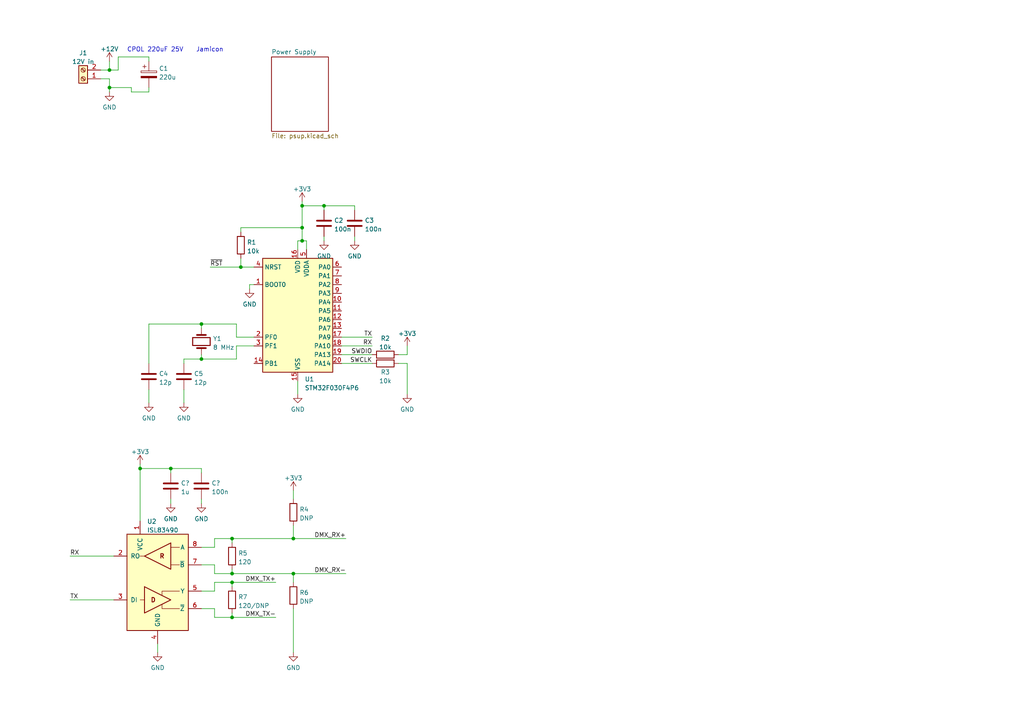
<source format=kicad_sch>
(kicad_sch (version 20211123) (generator eeschema)
  (paper "A4")
  (lib_symbols
    (symbol "Connector:Screw_Terminal_01x02" (pin_names (offset 1.016) hide)
      (property "Reference" "J" (at 0 2.54 0))
      (property "Value" "Screw_Terminal_01x02" (at 0 -5.08 0))
      (symbol "Screw_Terminal_01x02_1_1"
        (rectangle (start -1.27 1.27) (end 1.27 -3.81) (stroke (width 0.254)) (fill (type background)))
        (circle (center 0 -2.54) (radius 0.635) (stroke (width 0.1524)))
        (polyline (pts (xy -0.5334 -2.2098) (xy 0.3302 -3.048)) (stroke (width 0.1524)))
        (polyline (pts (xy -0.5334 0.3302) (xy 0.3302 -0.508)) (stroke (width 0.1524)))
        (polyline (pts (xy -0.3556 -2.032) (xy 0.508 -2.8702)) (stroke (width 0.1524)))
        (polyline (pts (xy -0.3556 0.508) (xy 0.508 -0.3302)) (stroke (width 0.1524)))
        (circle (center 0 0) (radius 0.635) (stroke (width 0.1524)))
        (pin passive line (at -5.08 0 0) (length 3.81) (name "Pin_1") (number "1"))
        (pin passive line (at -5.08 -2.54 0) (length 3.81) (name "Pin_2") (number "2"))
      )
    )
    (symbol "Device:C" (pin_numbers hide) (pin_names (offset 0.254))
      (property "Reference" "C" (at 0.635 2.54 0))
      (property "Value" "C" (at 0.635 -2.54 0))
      (symbol "C_0_1"
        (polyline (pts (xy -2.032 -0.762) (xy 2.032 -0.762)) (stroke (width 0.508)))
        (polyline (pts (xy -2.032 0.762) (xy 2.032 0.762)) (stroke (width 0.508)))
      )
      (symbol "C_1_1"
        (pin passive line (at 0 3.81 270) (length 2.794) (name "~") (number "1"))
        (pin passive line (at 0 -3.81 90) (length 2.794) (name "~") (number "2"))
      )
    )
    (symbol "Device:C_Polarized" (pin_numbers hide) (pin_names (offset 0.254))
      (property "Reference" "C" (at 0.635 2.54 0))
      (property "Value" "C_Polarized" (at 0.635 -2.54 0))
      (symbol "C_Polarized_0_1"
        (rectangle (start -2.286 0.508) (end 2.286 1.016))
        (polyline (pts (xy -1.778 2.286) (xy -0.762 2.286)))
        (polyline (pts (xy -1.27 2.794) (xy -1.27 1.778)))
        (rectangle (start 2.286 -0.508) (end -2.286 -1.016) (fill (type outline)))
      )
      (symbol "C_Polarized_1_1"
        (pin passive line (at 0 3.81 270) (length 2.794) (name "~") (number "1"))
        (pin passive line (at 0 -3.81 90) (length 2.794) (name "~") (number "2"))
      )
    )
    (symbol "Device:Crystal" (pin_numbers hide) (pin_names (offset 1.016) hide)
      (property "Reference" "Y" (at 0 3.81 0))
      (property "Value" "Crystal" (at 0 -3.81 0))
      (symbol "Crystal_0_1"
        (rectangle (start -1.143 2.54) (end 1.143 -2.54) (stroke (width 0.3048)))
        (polyline (pts (xy -2.54 0) (xy -1.905 0)))
        (polyline (pts (xy -1.905 -1.27) (xy -1.905 1.27)) (stroke (width 0.508)))
        (polyline (pts (xy 1.905 -1.27) (xy 1.905 1.27)) (stroke (width 0.508)))
        (polyline (pts (xy 2.54 0) (xy 1.905 0)))
      )
      (symbol "Crystal_1_1"
        (pin passive line (at -3.81 0 0) (length 1.27) (name "1") (number "1"))
        (pin passive line (at 3.81 0 180) (length 1.27) (name "2") (number "2"))
      )
    )
    (symbol "Device:R" (pin_numbers hide) (pin_names (offset 0))
      (property "Reference" "R" (at 2.032 0 90))
      (property "Value" "R" (at 0 0 90))
      (symbol "R_0_1"
        (rectangle (start -1.016 -2.54) (end 1.016 2.54) (stroke (width 0.254)))
      )
      (symbol "R_1_1"
        (pin passive line (at 0 3.81 270) (length 1.27) (name "~") (number "1"))
        (pin passive line (at 0 -3.81 90) (length 1.27) (name "~") (number "2"))
      )
    )
    (symbol "MCU_ST_STM32F0:STM32F030F4Px"
      (property "Reference" "U" (at -10.16 16.51 0))
      (property "Value" "STM32F030F4Px" (at 5.08 16.51 0))
      (symbol "STM32F030F4Px_0_1"
        (rectangle (start -10.16 -17.78) (end 10.16 15.24) (stroke (width 0.254)) (fill (type background)))
      )
      (symbol "STM32F030F4Px_1_1"
        (pin input line (at -12.7 7.62 0) (length 2.54) (name "BOOT0") (number "1"))
        (pin bidirectional line (at 12.7 2.54 180) (length 2.54) (name "PA4") (number "10"))
        (pin bidirectional line (at 12.7 0 180) (length 2.54) (name "PA5") (number "11"))
        (pin bidirectional line (at 12.7 -2.54 180) (length 2.54) (name "PA6") (number "12"))
        (pin bidirectional line (at 12.7 -5.08 180) (length 2.54) (name "PA7") (number "13"))
        (pin bidirectional line (at -12.7 -15.24 0) (length 2.54) (name "PB1") (number "14"))
        (pin power_in line (at 0 -20.32 90) (length 2.54) (name "VSS") (number "15"))
        (pin power_in line (at 0 17.78 270) (length 2.54) (name "VDD") (number "16"))
        (pin bidirectional line (at 12.7 -7.62 180) (length 2.54) (name "PA9") (number "17"))
        (pin bidirectional line (at 12.7 -10.16 180) (length 2.54) (name "PA10") (number "18"))
        (pin bidirectional line (at 12.7 -12.7 180) (length 2.54) (name "PA13") (number "19"))
        (pin input line (at -12.7 -7.62 0) (length 2.54) (name "PF0") (number "2"))
        (pin bidirectional line (at 12.7 -15.24 180) (length 2.54) (name "PA14") (number "20"))
        (pin input line (at -12.7 -10.16 0) (length 2.54) (name "PF1") (number "3"))
        (pin input line (at -12.7 12.7 0) (length 2.54) (name "NRST") (number "4"))
        (pin power_in line (at 2.54 17.78 270) (length 2.54) (name "VDDA") (number "5"))
        (pin bidirectional line (at 12.7 12.7 180) (length 2.54) (name "PA0") (number "6"))
        (pin bidirectional line (at 12.7 10.16 180) (length 2.54) (name "PA1") (number "7"))
        (pin bidirectional line (at 12.7 7.62 180) (length 2.54) (name "PA2") (number "8"))
        (pin bidirectional line (at 12.7 5.08 180) (length 2.54) (name "PA3") (number "9"))
      )
    )
    (symbol "power:+12V" (power) (pin_names (offset 0))
      (property "Value" "+12V" (at 0 3.556 0))
      (symbol "+12V_0_1"
        (polyline (pts (xy -0.762 1.27) (xy 0 2.54)))
        (polyline (pts (xy 0 0) (xy 0 2.54)))
        (polyline (pts (xy 0 2.54) (xy 0.762 1.27)))
      )
      (symbol "+12V_1_1"
        (pin power_in line (at 0 0 90) (length 0) hide (name "+12V") (number "1"))
      )
    )
    (symbol "power:+3V3" (power) (pin_names (offset 0))
      (property "Value" "+3V3" (at 0 3.556 0))
      (symbol "+3V3_0_1"
        (polyline (pts (xy -0.762 1.27) (xy 0 2.54)))
        (polyline (pts (xy 0 0) (xy 0 2.54)))
        (polyline (pts (xy 0 2.54) (xy 0.762 1.27)))
      )
      (symbol "+3V3_1_1"
        (pin power_in line (at 0 0 90) (length 0) hide (name "+3V3") (number "1"))
      )
    )
    (symbol "power:GND" (power) (pin_names (offset 0))
      (property "Value" "GND" (at 0 -3.81 0))
      (symbol "GND_0_1"
        (polyline (pts (xy 0 0) (xy 0 -1.27) (xy 1.27 -1.27) (xy 0 -2.54) (xy -1.27 -1.27) (xy 0 -1.27)))
      )
      (symbol "GND_1_1"
        (pin power_in line (at 0 0 270) (length 0) hide (name "GND") (number "1"))
      )
    )
    (symbol "shimatta_interface:ISL83490" (pin_names (offset 1.016))
      (property "Reference" "U" (at -7.62 -15.24 0))
      (property "Value" "ISL83490" (at 0 15.24 0))
      (symbol "ISL83490_0_0"
        (text "D" (at -1.27 -5.08 0) (effects (font (size 1.27 1.27) bold)))
        (text "R" (at 1.27 7.62 0) (effects (font (size 1.27 1.27) bold)))
      )
      (symbol "ISL83490_0_1"
        (rectangle (start -8.89 13.97) (end 8.89 -13.97) (stroke (width 0.254)) (fill (type background)))
        (polyline (pts (xy -5.08 -5.08) (xy -3.81 -5.08)))
        (polyline (pts (xy -3.81 7.62) (xy -5.08 7.62)))
        (polyline (pts (xy 6.35 5.08) (xy 3.81 5.08) (xy 3.81 5.08)))
        (polyline (pts (xy 6.35 10.16) (xy 3.81 10.16) (xy 3.81 10.16)))
        (polyline (pts (xy 6.35 -7.62) (xy 1.27 -7.62) (xy 1.27 -6.35) (xy 1.27 -6.35)))
        (polyline (pts (xy 6.35 -2.54) (xy 1.27 -2.54) (xy 1.27 -3.81) (xy 1.27 -3.81)))
        (polyline (pts (xy -3.81 -1.27) (xy -3.81 -8.89) (xy 3.81 -5.08) (xy -3.81 -1.27) (xy -3.81 -1.27)) (stroke (width 0.254)))
        (polyline (pts (xy 3.81 11.43) (xy 3.81 3.81) (xy -3.81 7.62) (xy 3.81 11.43) (xy 3.81 11.43)) (stroke (width 0.254)))
      )
      (symbol "ISL83490_1_1"
        (pin power_in line (at -5.08 17.78 270) (length 3.81) (name "VCC") (number "1"))
        (pin output line (at -12.7 7.62 0) (length 3.81) (name "RO") (number "2"))
        (pin input line (at -12.7 -5.08 0) (length 3.81) (name "DI") (number "3"))
        (pin power_in line (at 0 -17.78 90) (length 3.81) (name "GND") (number "4"))
        (pin output line (at 12.7 -2.54 180) (length 3.81) (name "Y") (number "5"))
        (pin output line (at 12.7 -7.62 180) (length 3.81) (name "~{Z}") (number "6"))
        (pin input line (at 12.7 5.08 180) (length 3.81) (name "~{B}") (number "7"))
        (pin input line (at 12.7 10.16 180) (length 3.81) (name "A") (number "8"))
      )
    )
  )
  (junction (at 49.53 135.89))
  (junction (at 31.75 20.32))
  (junction (at 69.85 77.47))
  (junction (at 93.98 59.69))
  (junction (at 67.31 168.91))
  (junction (at 58.42 104.14))
  (junction (at 87.63 66.04))
  (junction (at 31.75 25.4))
  (junction (at 40.64 135.89))
  (junction (at 67.31 156.21))
  (junction (at 58.42 93.98))
  (junction (at 67.31 166.37))
  (junction (at 87.63 59.69))
  (junction (at 67.31 179.07))
  (junction (at 87.63 69.85))
  (junction (at 85.09 166.37))
  (junction (at 85.09 156.21))
  (wire (pts (xy 67.31 156.21) (xy 67.31 157.48)))
  (wire (pts (xy 67.31 156.21) (xy 85.09 156.21)))
  (wire (pts (xy 40.64 135.89) (xy 40.64 151.13)))
  (wire (pts (xy 73.66 82.55) (xy 72.39 82.55)))
  (wire (pts (xy 93.98 68.58) (xy 93.98 69.85)))
  (wire (pts (xy 62.23 171.45) (xy 62.23 168.91)))
  (wire (pts (xy 99.06 97.79) (xy 107.95 97.79)))
  (wire (pts (xy 58.42 176.53) (xy 62.23 176.53)))
  (wire (pts (xy 86.36 110.49) (xy 86.36 114.3)))
  (wire (pts (xy 102.87 68.58) (xy 102.87 69.85)))
  (wire (pts (xy 43.18 93.98) (xy 43.18 105.41)))
  (wire (pts (xy 62.23 166.37) (xy 67.31 166.37)))
  (wire (pts (xy 93.98 59.69) (xy 102.87 59.69)))
  (wire (pts (xy 58.42 158.75) (xy 62.23 158.75)))
  (wire (pts (xy 115.57 102.87) (xy 118.11 102.87)))
  (wire (pts (xy 40.64 134.62) (xy 40.64 135.89)))
  (wire (pts (xy 99.06 105.41) (xy 107.95 105.41)))
  (wire (pts (xy 34.29 20.32) (xy 31.75 20.32)))
  (wire (pts (xy 87.63 69.85) (xy 88.9 69.85)))
  (wire (pts (xy 49.53 135.89) (xy 49.53 137.16)))
  (wire (pts (xy 58.42 93.98) (xy 43.18 93.98)))
  (wire (pts (xy 69.85 66.04) (xy 87.63 66.04)))
  (wire (pts (xy 58.42 171.45) (xy 62.23 171.45)))
  (wire (pts (xy 102.87 59.69) (xy 102.87 60.96)))
  (wire (pts (xy 34.29 16.51) (xy 34.29 20.32)))
  (wire (pts (xy 68.58 104.14) (xy 58.42 104.14)))
  (wire (pts (xy 53.34 113.03) (xy 53.34 116.84)))
  (wire (pts (xy 62.23 158.75) (xy 62.23 156.21)))
  (wire (pts (xy 88.9 69.85) (xy 88.9 72.39)))
  (wire (pts (xy 43.18 26.67) (xy 38.1 26.67)))
  (wire (pts (xy 69.85 67.31) (xy 69.85 66.04)))
  (wire (pts (xy 85.09 142.24) (xy 85.09 144.78)))
  (wire (pts (xy 20.32 161.29) (xy 33.02 161.29)))
  (wire (pts (xy 87.63 58.42) (xy 87.63 59.69)))
  (wire (pts (xy 62.23 179.07) (xy 67.31 179.07)))
  (wire (pts (xy 53.34 104.14) (xy 53.34 105.41)))
  (wire (pts (xy 67.31 179.07) (xy 80.01 179.07)))
  (wire (pts (xy 38.1 26.67) (xy 38.1 25.4)))
  (wire (pts (xy 67.31 165.1) (xy 67.31 166.37)))
  (wire (pts (xy 58.42 163.83) (xy 62.23 163.83)))
  (wire (pts (xy 115.57 105.41) (xy 118.11 105.41)))
  (wire (pts (xy 67.31 168.91) (xy 67.31 170.18)))
  (wire (pts (xy 85.09 156.21) (xy 100.33 156.21)))
  (wire (pts (xy 31.75 17.78) (xy 31.75 20.32)))
  (wire (pts (xy 45.72 186.69) (xy 45.72 189.23)))
  (wire (pts (xy 85.09 166.37) (xy 85.09 168.91)))
  (wire (pts (xy 85.09 166.37) (xy 100.33 166.37)))
  (wire (pts (xy 31.75 22.86) (xy 31.75 25.4)))
  (wire (pts (xy 67.31 166.37) (xy 85.09 166.37)))
  (wire (pts (xy 118.11 100.33) (xy 118.11 102.87)))
  (wire (pts (xy 43.18 17.78) (xy 43.18 16.51)))
  (wire (pts (xy 67.31 177.8) (xy 67.31 179.07)))
  (wire (pts (xy 67.31 168.91) (xy 80.01 168.91)))
  (wire (pts (xy 58.42 104.14) (xy 58.42 102.87)))
  (wire (pts (xy 87.63 59.69) (xy 93.98 59.69)))
  (wire (pts (xy 99.06 102.87) (xy 107.95 102.87)))
  (wire (pts (xy 38.1 25.4) (xy 31.75 25.4)))
  (wire (pts (xy 69.85 77.47) (xy 73.66 77.47)))
  (wire (pts (xy 29.21 22.86) (xy 31.75 22.86)))
  (wire (pts (xy 68.58 93.98) (xy 68.58 97.79)))
  (wire (pts (xy 58.42 137.16) (xy 58.42 135.89)))
  (wire (pts (xy 40.64 135.89) (xy 49.53 135.89)))
  (wire (pts (xy 58.42 93.98) (xy 68.58 93.98)))
  (wire (pts (xy 62.23 176.53) (xy 62.23 179.07)))
  (wire (pts (xy 60.96 77.47) (xy 69.85 77.47)))
  (wire (pts (xy 62.23 163.83) (xy 62.23 166.37)))
  (wire (pts (xy 58.42 144.78) (xy 58.42 146.05)))
  (wire (pts (xy 43.18 25.4) (xy 43.18 26.67)))
  (wire (pts (xy 87.63 59.69) (xy 87.63 66.04)))
  (wire (pts (xy 68.58 100.33) (xy 68.58 104.14)))
  (wire (pts (xy 85.09 176.53) (xy 85.09 189.23)))
  (wire (pts (xy 20.32 173.99) (xy 33.02 173.99)))
  (wire (pts (xy 93.98 59.69) (xy 93.98 60.96)))
  (wire (pts (xy 99.06 100.33) (xy 107.95 100.33)))
  (wire (pts (xy 49.53 135.89) (xy 58.42 135.89)))
  (wire (pts (xy 73.66 100.33) (xy 68.58 100.33)))
  (wire (pts (xy 58.42 104.14) (xy 53.34 104.14)))
  (wire (pts (xy 62.23 156.21) (xy 67.31 156.21)))
  (wire (pts (xy 31.75 25.4) (xy 31.75 26.67)))
  (wire (pts (xy 58.42 95.25) (xy 58.42 93.98)))
  (wire (pts (xy 72.39 82.55) (xy 72.39 83.82)))
  (wire (pts (xy 118.11 105.41) (xy 118.11 114.3)))
  (wire (pts (xy 43.18 16.51) (xy 34.29 16.51)))
  (wire (pts (xy 86.36 69.85) (xy 87.63 69.85)))
  (wire (pts (xy 68.58 97.79) (xy 73.66 97.79)))
  (wire (pts (xy 49.53 144.78) (xy 49.53 146.05)))
  (wire (pts (xy 62.23 168.91) (xy 67.31 168.91)))
  (wire (pts (xy 87.63 66.04) (xy 87.63 69.85)))
  (wire (pts (xy 29.21 20.32) (xy 31.75 20.32)))
  (wire (pts (xy 69.85 74.93) (xy 69.85 77.47)))
  (wire (pts (xy 86.36 72.39) (xy 86.36 69.85)))
  (wire (pts (xy 85.09 152.4) (xy 85.09 156.21)))
  (wire (pts (xy 43.18 113.03) (xy 43.18 116.84)))
  (text "CPOL 220uF 25V	Jamicon" (at 36.83 15.24 0) (effects (font (size 1.27 1.27)) (justify left bottom)))
  (label "TX" (at 107.95 97.79 180))
  (label "DMX_TX+" (at 80.01 168.91 180))
  (label "SWDIO" (at 107.95 102.87 180))
  (label "RX" (at 20.32 161.29 0))
  (label "DMX_RX+" (at 100.33 156.21 180))
  (label "DMX_RX-" (at 100.33 166.37 180))
  (label "SWCLK" (at 107.95 105.41 180))
  (label "TX" (at 20.32 173.99 0))
  (label "~{RST}" (at 60.96 77.47 0))
  (label "RX" (at 107.95 100.33 180))
  (label "DMX_TX-" (at 80.01 179.07 180))
  (symbol (lib_id "Device:R") (at 69.85 71.12 0) (unit 1)
    (property "Reference" "R1" (at 71.628 70.2853 0) (effects (justify left)))
    (property "Value" "10k" (at 71.628 72.8222 0) (effects (justify left)))
  )
  (symbol (lib_id "power:GND") (at 93.98 69.85 0) (unit 1)
    (property "Reference" "#PWR0107" (effects hide))
    (property "Value" "GND" (at 93.98 74.2934 0))
  )
  (symbol (lib_id "power:+3V3") (at 87.63 58.42 0) (unit 1)
    (property "Reference" "#PWR0102" (effects hide))
    (property "Value" "+3V3" (at 87.63 54.8442 0))
  )
  (symbol (lib_id "power:GND") (at 58.42 146.05 0) (unit 1)
    (property "Reference" "#PWR?" (effects hide))
    (property "Value" "GND" (at 58.42 150.4934 0))
  )
  (symbol (lib_id "Device:R") (at 85.09 172.72 0) (unit 1)
    (property "Reference" "R6" (at 86.868 171.8853 0) (effects (justify left)))
    (property "Value" "DNP" (at 86.868 174.4222 0) (effects (justify left)))
  )
  (symbol (lib_id "Device:R") (at 111.76 102.87 270) (unit 1)
    (property "Reference" "R2" (at 111.76 98.1542 90))
    (property "Value" "10k" (at 111.76 100.6911 90))
  )
  (symbol (lib_id "power:+12V") (at 31.75 17.78 0) (unit 1)
    (property "Reference" "#PWR0103" (effects hide))
    (property "Value" "+12V" (at 31.75 14.2042 0))
  )
  (symbol (lib_id "power:GND") (at 53.34 116.84 0) (unit 1)
    (property "Reference" "#PWR0105" (effects hide))
    (property "Value" "GND" (at 53.34 121.2834 0))
  )
  (symbol (lib_id "Device:C_Polarized") (at 43.18 21.59 0) (unit 1)
    (property "Reference" "C1" (at 46.101 19.8663 0) (effects (justify left)))
    (property "Value" "220u" (at 46.101 22.4032 0) (effects (justify left)))
    (property "Footprint" "Capacitor_THT:CP_Radial_D8.0mm_P3.50mm" (effects hide))
  )
  (symbol (lib_id "Device:R") (at 67.31 173.99 0) (unit 1)
    (property "Reference" "R7" (at 69.088 173.1553 0) (effects (justify left)))
    (property "Value" "120/DNP" (at 69.088 175.6922 0) (effects (justify left)))
  )
  (symbol (lib_id "Device:Crystal") (at 58.42 99.06 90) (unit 1)
    (property "Reference" "Y1" (at 61.7474 98.2253 90) (effects (justify right)))
    (property "Value" "8 MHz" (at 61.7474 100.7622 90) (effects (justify right)))
  )
  (symbol (lib_id "power:GND") (at 85.09 189.23 0) (unit 1)
    (property "Reference" "#PWR0113" (effects hide))
    (property "Value" "GND" (at 85.09 193.6734 0))
  )
  (symbol (lib_id "power:+3V3") (at 40.64 134.62 0) (unit 1)
    (property "Reference" "#PWR0104" (effects hide))
    (property "Value" "+3V3" (at 40.64 131.0442 0))
  )
  (symbol (lib_id "Device:C") (at 49.53 140.97 0) (unit 1)
    (property "Reference" "C?" (at 52.451 140.1353 0) (effects (justify left)))
    (property "Value" "1u" (at 52.451 142.6722 0) (effects (justify left)))
  )
  (symbol (lib_id "power:GND") (at 72.39 83.82 0) (unit 1)
    (property "Reference" "#PWR0109" (effects hide))
    (property "Value" "GND" (at 72.39 88.2634 0))
  )
  (symbol (lib_id "power:+3V3") (at 118.11 100.33 0) (unit 1)
    (property "Reference" "#PWR0111" (effects hide))
    (property "Value" "+3V3" (at 118.11 96.7542 0))
  )
  (symbol (lib_id "Device:C") (at 43.18 109.22 0) (unit 1)
    (property "Reference" "C4" (at 46.101 108.3853 0) (effects (justify left)))
    (property "Value" "12p" (at 46.101 110.9222 0) (effects (justify left)))
  )
  (symbol (lib_id "shimatta_interface:ISL83490") (at 45.72 168.91 0) (unit 1)
    (property "Reference" "U2" (at 42.6594 151.2402 0) (effects (justify left)))
    (property "Value" "ISL83490" (at 42.6594 153.7771 0) (effects (justify left)))
    (property "Datasheet" "https://www.mouser.de/datasheet/2/698/REN_isl83483_85_88_90_91_DST_20030328-1998551.pdf" (effects hide))
  )
  (symbol (lib_id "power:GND") (at 31.75 26.67 0) (unit 1)
    (property "Reference" "#PWR0101" (effects hide))
    (property "Value" "GND" (at 31.75 31.1134 0))
  )
  (symbol (lib_id "power:GND") (at 45.72 189.23 0) (unit 1)
    (property "Reference" "#PWR0114" (effects hide))
    (property "Value" "GND" (at 45.72 193.6734 0))
  )
  (symbol (lib_id "Device:R") (at 111.76 105.41 90) (mirror x) (unit 1)
    (property "Reference" "R3" (at 111.76 107.95 90))
    (property "Value" "10k" (at 111.76 110.49 90))
  )
  (symbol (lib_id "power:+3V3") (at 85.09 142.24 0) (unit 1)
    (property "Reference" "#PWR0115" (effects hide))
    (property "Value" "+3V3" (at 85.09 138.6642 0))
  )
  (symbol (lib_id "power:GND") (at 102.87 69.85 0) (unit 1)
    (property "Reference" "#PWR0108" (effects hide))
    (property "Value" "GND" (at 102.87 74.2934 0))
  )
  (symbol (lib_id "Device:R") (at 67.31 161.29 0) (unit 1)
    (property "Reference" "R5" (at 69.088 160.4553 0) (effects (justify left)))
    (property "Value" "120" (at 69.088 162.9922 0) (effects (justify left)))
  )
  (symbol (lib_id "MCU_ST_STM32F0:STM32F030F4Px") (at 86.36 90.17 0) (unit 1)
    (property "Reference" "U1" (at 88.3794 109.9804 0) (effects (justify left)))
    (property "Value" "STM32F030F4P6" (at 88.3794 112.5173 0) (effects (justify left)))
    (property "Footprint" "Package_SO:TSSOP-20_4.4x6.5mm_P0.65mm" (effects hide))
    (property "Datasheet" "http://www.st.com/st-web-ui/static/active/en/resource/technical/document/datasheet/DM00088500.pdf" (effects hide))
  )
  (symbol (lib_id "Device:C") (at 58.42 140.97 0) (unit 1)
    (property "Reference" "C?" (at 61.341 140.1353 0) (effects (justify left)))
    (property "Value" "100n" (at 61.341 142.6722 0) (effects (justify left)))
  )
  (symbol (lib_id "Device:C") (at 93.98 64.77 0) (unit 1)
    (property "Reference" "C2" (at 96.901 63.9353 0) (effects (justify left)))
    (property "Value" "100n" (at 96.901 66.4722 0) (effects (justify left)))
  )
  (symbol (lib_id "power:GND") (at 118.11 114.3 0) (unit 1)
    (property "Reference" "#PWR0112" (effects hide))
    (property "Value" "GND" (at 118.11 118.7434 0))
  )
  (symbol (lib_id "power:GND") (at 86.36 114.3 0) (unit 1)
    (property "Reference" "#PWR0110" (effects hide))
    (property "Value" "GND" (at 86.36 118.7434 0))
  )
  (symbol (lib_id "Device:C") (at 53.34 109.22 0) (unit 1)
    (property "Reference" "C5" (at 56.261 108.3853 0) (effects (justify left)))
    (property "Value" "12p" (at 56.261 110.9222 0) (effects (justify left)))
  )
  (symbol (lib_id "Device:R") (at 85.09 148.59 0) (unit 1)
    (property "Reference" "R4" (at 86.868 147.7553 0) (effects (justify left)))
    (property "Value" "DNP" (at 86.868 150.2922 0) (effects (justify left)))
  )
  (symbol (lib_id "power:GND") (at 43.18 116.84 0) (unit 1)
    (property "Reference" "#PWR0106" (effects hide))
    (property "Value" "GND" (at 43.18 121.2834 0))
  )
  (symbol (lib_id "power:GND") (at 49.53 146.05 0) (unit 1)
    (property "Reference" "#PWR?" (effects hide))
    (property "Value" "GND" (at 49.53 150.4934 0))
  )
  (symbol (lib_id "Device:C") (at 102.87 64.77 0) (unit 1)
    (property "Reference" "C3" (at 105.791 63.9353 0) (effects (justify left)))
    (property "Value" "100n" (at 105.791 66.4722 0) (effects (justify left)))
  )
  (symbol (lib_id "Connector:Screw_Terminal_01x02") (at 24.13 22.86 180) (unit 1)
    (property "Reference" "J1" (at 24.13 15.3502 0))
    (property "Value" "12V in" (at 24.13 17.8871 0))
  )
  (sheet (at 78.74 16.51) (size 16.51 21.59) (stroke (width 0.1524))
    (property "Sheet name" "Power Supply" (at 78.74 15.7984 0) (effects (justify left bottom)))
    (property "Sheet file" "psup.kicad_sch" (at 78.74 38.6846 0) (effects (justify left top)))
  )
)
</source>
